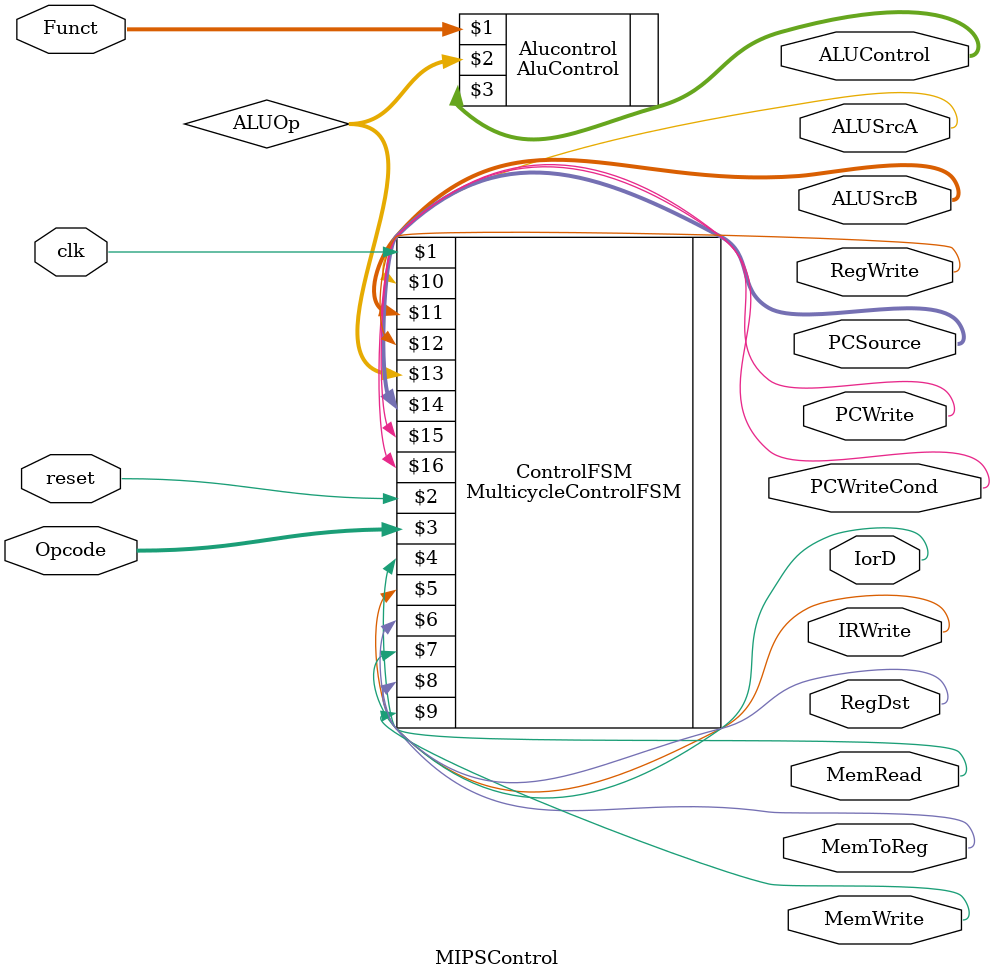
<source format=v>
/* 	Author: Tobias Minn
	MIPS Multicycle Control
	see Control FSM 
*/
module MIPSControl #(parameter WIDTH=32)	(
	input			clk,
	input			reset,
	input	[5:0]	Opcode, Funct,
	output			IorD,
	output			IRWrite,
	output  		RegDst,
	output			MemRead,
	output 			MemToReg,
	output 			MemWrite,
	output 			ALUSrcA,
	output 	[1:0]	ALUSrcB,
	output 			RegWrite,
	output 	[2:0]	ALUControl,
	output 	[1:0]	PCSource,
	output			PCWrite,
	output			PCWriteCond);
	
	wire [1:0] ALUOp;
	
	// instantiate Main Control FSM for Multicycle
	MulticycleControlFSM ControlFSM(clk, reset, Opcode, IorD, IRWrite, RegDst, MemRead, MemToReg, MemWrite, ALUSrcA, ALUSrcB, RegWrite, ALUOp, PCSource, PCWrite, PCWriteCond);
	
	// instantiate ALUControl
	AluControl Alucontrol(Funct, ALUOp, ALUControl);
    
endmodule
</source>
